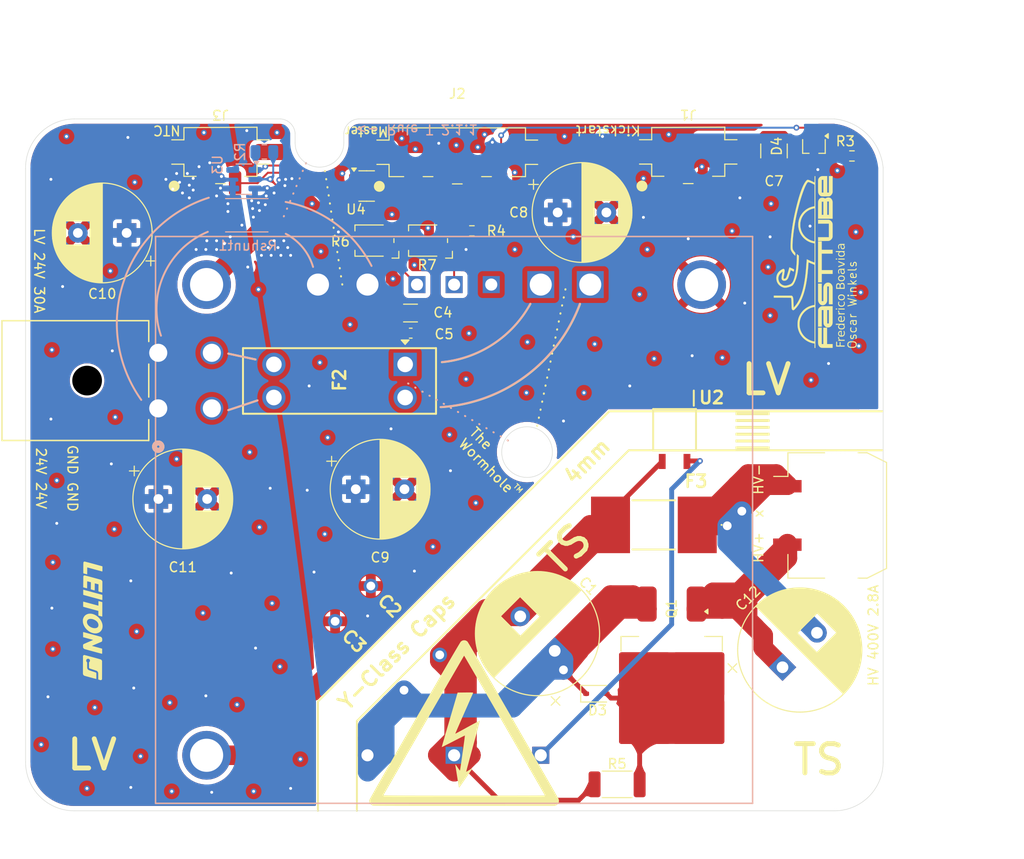
<source format=kicad_pcb>
(kicad_pcb
	(version 20240108)
	(generator "pcbnew")
	(generator_version "8.0")
	(general
		(thickness 1.6)
		(legacy_teardrops no)
	)
	(paper "A4")
	(layers
		(0 "F.Cu" mixed)
		(1 "In1.Cu" power "GND")
		(2 "In2.Cu" power "+24V")
		(31 "B.Cu" mixed)
		(32 "B.Adhes" user "B.Adhesive")
		(33 "F.Adhes" user "F.Adhesive")
		(34 "B.Paste" user)
		(35 "F.Paste" user)
		(36 "B.SilkS" user "B.Silkscreen")
		(37 "F.SilkS" user "F.Silkscreen")
		(38 "B.Mask" user)
		(39 "F.Mask" user)
		(40 "Dwgs.User" user "User.Drawings")
		(41 "Cmts.User" user "User.Comments")
		(42 "Eco1.User" user "User.Eco1")
		(43 "Eco2.User" user "User.Eco2")
		(44 "Edge.Cuts" user)
		(45 "Margin" user)
		(46 "B.CrtYd" user "B.Courtyard")
		(47 "F.CrtYd" user "F.Courtyard")
		(48 "B.Fab" user)
		(49 "F.Fab" user)
		(50 "User.1" user)
		(51 "User.2" user)
		(52 "User.3" user)
		(53 "User.4" user)
		(54 "User.5" user)
		(55 "User.6" user)
		(56 "User.7" user)
		(57 "User.8" user)
		(58 "User.9" user)
	)
	(setup
		(stackup
			(layer "F.SilkS"
				(type "Top Silk Screen")
			)
			(layer "F.Paste"
				(type "Top Solder Paste")
			)
			(layer "F.Mask"
				(type "Top Solder Mask")
				(thickness 0.01)
			)
			(layer "F.Cu"
				(type "copper")
				(thickness 0.035)
			)
			(layer "dielectric 1"
				(type "prepreg")
				(thickness 0.1)
				(material "FR4")
				(epsilon_r 4.5)
				(loss_tangent 0.02)
			)
			(layer "In1.Cu"
				(type "copper")
				(thickness 0.035)
			)
			(layer "dielectric 2"
				(type "core")
				(thickness 1.24)
				(material "FR4")
				(epsilon_r 4.5)
				(loss_tangent 0.02)
			)
			(layer "In2.Cu"
				(type "copper")
				(thickness 0.035)
			)
			(layer "dielectric 3"
				(type "prepreg")
				(thickness 0.1)
				(material "FR4")
				(epsilon_r 4.5)
				(loss_tangent 0.02)
			)
			(layer "B.Cu"
				(type "copper")
				(thickness 0.035)
			)
			(layer "B.Mask"
				(type "Bottom Solder Mask")
				(thickness 0.01)
			)
			(layer "B.Paste"
				(type "Bottom Solder Paste")
			)
			(layer "B.SilkS"
				(type "Bottom Silk Screen")
			)
			(copper_finish "None")
			(dielectric_constraints no)
		)
		(pad_to_mask_clearance 0)
		(allow_soldermask_bridges_in_footprints no)
		(pcbplotparams
			(layerselection 0x00010fc_ffffffff)
			(plot_on_all_layers_selection 0x0000000_00000000)
			(disableapertmacros no)
			(usegerberextensions no)
			(usegerberattributes yes)
			(usegerberadvancedattributes yes)
			(creategerberjobfile yes)
			(dashed_line_dash_ratio 12.000000)
			(dashed_line_gap_ratio 3.000000)
			(svgprecision 4)
			(plotframeref no)
			(viasonmask no)
			(mode 1)
			(useauxorigin no)
			(hpglpennumber 1)
			(hpglpenspeed 20)
			(hpglpendiameter 15.000000)
			(pdf_front_fp_property_popups yes)
			(pdf_back_fp_property_popups yes)
			(dxfpolygonmode yes)
			(dxfimperialunits yes)
			(dxfusepcbnewfont yes)
			(psnegative no)
			(psa4output no)
			(plotreference yes)
			(plotvalue yes)
			(plotfptext yes)
			(plotinvisibletext no)
			(sketchpadsonfab no)
			(subtractmaskfromsilk no)
			(outputformat 1)
			(mirror no)
			(drillshape 1)
			(scaleselection 1)
			(outputdirectory "")
		)
	)
	(net 0 "")
	(net 1 "/-VIN")
	(net 2 "GND")
	(net 3 "Net-(D4-Pad3)")
	(net 4 "/+VIN")
	(net 5 "Net-(R3-Pad2)")
	(net 6 "+3V3")
	(net 7 "/LV+")
	(net 8 "/3V_buttoncell")
	(net 9 "/TEMP_TSDCDC")
	(net 10 "/HV-in")
	(net 11 "/HV+in")
	(net 12 "/G")
	(net 13 "/~{EN}")
	(net 14 "/+Vout")
	(net 15 "/LV-")
	(net 16 "/LV_I_measure")
	(net 17 "/I_meas_weak")
	(net 18 "/+S")
	(net 19 "/TRM")
	(footprint "Capacitor_SMD:C_1210_3225Metric" (layer "F.Cu") (at 176.8 64.284177 -90))
	(footprint "Resistor_SMD:R_0603_1608Metric" (layer "F.Cu") (at 184.8 64.8))
	(footprint "footprints:VY1471M29Y5UC63V0" (layer "F.Cu") (at 131.762875 112.550234 -45))
	(footprint "FaSTTUBe_connectors:Micro_Mate-N-Lok_2p_vertical" (layer "F.Cu") (at 168 64.384177 180))
	(footprint "Potentiometer_SMD:Potentiometer_Bourns_TC33X_Vertical" (layer "F.Cu") (at 141.2 73.484177 180))
	(footprint "Capacitor_THT:CP_Radial_D12.5mm_P5.00mm" (layer "F.Cu") (at 154.3 115.584177 135))
	(footprint "Capacitor_THT:CP_Radial_D10.0mm_P5.00mm" (layer "F.Cu") (at 110.367678 72.7 180))
	(footprint "footprints:0ACG5000TE" (layer "F.Cu") (at 164.475 102.659177 180))
	(footprint "FaSTTUBe_logos:FTLogo_small" (layer "F.Cu") (at 179.8 75.684177 90))
	(footprint "Capacitor_SMD:C_1206_3216Metric" (layer "F.Cu") (at 139.5 80.921677))
	(footprint "footprints:VY1471M29Y5UC63V0" (layer "F.Cu") (at 142.5 116 135))
	(footprint "Capacitor_SMD:C_0603_1608Metric" (layer "F.Cu") (at 139.525 82.984177))
	(footprint "Diode_SMD:D_SOD-323" (layer "F.Cu") (at 158.575 119.984177))
	(footprint "Resistor_SMD:R_0603_1608Metric" (layer "F.Cu") (at 145.8 72.484177 180))
	(footprint "FaSTTUBe_connectors:Micro_Mate-N-Lok_2p_vertical" (layer "F.Cu") (at 120 64.3925 180))
	(footprint "Package_TO_SOT_SMD:SOT-323_SC-70" (layer "F.Cu") (at 180.9 63.8 -90))
	(footprint "Capacitor_THT:CP_Radial_D10.0mm_P5.00mm"
		(layer "F.Cu")
		(uuid "8707a01f-5548-4427-a750-17fdfd95ef19")
		(at 133.882323 99)
		(descr "CP, Radial series, Radial, pin pitch=5.00mm, , diameter=10mm, Electrolytic Capacitor")
		(tags "CP Radial series Radial pin pitch 5.00mm  diameter 10mm Electrolytic Capacitor")
		(property "Reference" "C9"
			(at 2.5 7 0)
			(layer "F.SilkS")
			(uuid "6888cade-3620-4ab6-99f1-a4ca31051633")
			(effects
				(font
					(size 1 1)
					(thickness 0.15)
				)
			)
		)
		(property "Value" "220µ"
			(at 2.5 6.25 0)
			(layer "F.Fab")
			(uuid "b09de2fe-a729-459f-b8d9-49b0e016fdf8")
			(effects
				(font
					(size 1 1)
					(thickness 0.15)
				)
			)
		)
		(property "Footprint" "Capacitor_THT:CP_Radial_D10.0mm_P5.00mm"
			(at 0 0 0)
			(unlocked yes)
			(layer "F.Fab")
			(hide yes)
			(uuid "67fc5abd-fe0e-4df9-8dcf-807bdd
... [1039955 chars truncated]
</source>
